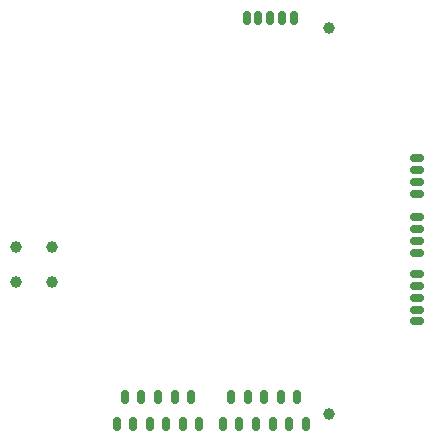
<source format=gbp>
G04*
G04 #@! TF.GenerationSoftware,Altium Limited,Altium Designer,20.0.13 (296)*
G04*
G04 Layer_Color=128*
%FSLAX25Y25*%
%MOIN*%
G70*
G01*
G75*
G04:AMPARAMS|DCode=73|XSize=23.62mil|YSize=47.24mil|CornerRadius=5.91mil|HoleSize=0mil|Usage=FLASHONLY|Rotation=0.000|XOffset=0mil|YOffset=0mil|HoleType=Round|Shape=RoundedRectangle|*
%AMROUNDEDRECTD73*
21,1,0.02362,0.03543,0,0,0.0*
21,1,0.01181,0.04724,0,0,0.0*
1,1,0.01181,0.00591,-0.01772*
1,1,0.01181,-0.00591,-0.01772*
1,1,0.01181,-0.00591,0.01772*
1,1,0.01181,0.00591,0.01772*
%
%ADD73ROUNDEDRECTD73*%
G04:AMPARAMS|DCode=74|XSize=23.62mil|YSize=47.24mil|CornerRadius=5.91mil|HoleSize=0mil|Usage=FLASHONLY|Rotation=90.000|XOffset=0mil|YOffset=0mil|HoleType=Round|Shape=RoundedRectangle|*
%AMROUNDEDRECTD74*
21,1,0.02362,0.03543,0,0,90.0*
21,1,0.01181,0.04724,0,0,90.0*
1,1,0.01181,0.01772,0.00591*
1,1,0.01181,0.01772,-0.00591*
1,1,0.01181,-0.01772,-0.00591*
1,1,0.01181,-0.01772,0.00591*
%
%ADD74ROUNDEDRECTD74*%
%ADD75C,0.03937*%
D73*
X66929Y3937D02*
D03*
X77559Y12992D02*
D03*
X85827Y3937D02*
D03*
X102362D02*
D03*
X55905D02*
D03*
X50394D02*
D03*
X47638Y12992D02*
D03*
X80315Y3937D02*
D03*
X96850D02*
D03*
X99606Y12992D02*
D03*
X61417Y3937D02*
D03*
X82677Y139370D02*
D03*
X90551D02*
D03*
X88583Y12992D02*
D03*
X98425Y139370D02*
D03*
X86614D02*
D03*
X53150Y12992D02*
D03*
X44882Y3937D02*
D03*
X42126Y12992D02*
D03*
X58661D02*
D03*
X74803Y3937D02*
D03*
X64173Y12992D02*
D03*
X94095D02*
D03*
X94488Y139370D02*
D03*
X91339Y3937D02*
D03*
X83071Y12992D02*
D03*
X39370Y3937D02*
D03*
D74*
X139370Y38189D02*
D03*
Y50000D02*
D03*
Y42126D02*
D03*
Y46063D02*
D03*
Y53937D02*
D03*
X139370Y80709D02*
D03*
Y84646D02*
D03*
Y92520D02*
D03*
Y88583D02*
D03*
Y61024D02*
D03*
Y64961D02*
D03*
Y72835D02*
D03*
Y68898D02*
D03*
D75*
X17717Y62992D02*
D03*
X5906Y51181D02*
D03*
X110236Y135827D02*
D03*
Y7480D02*
D03*
X5906Y62992D02*
D03*
X17717Y51181D02*
D03*
M02*

</source>
